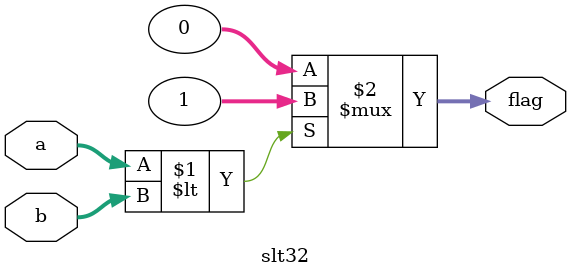
<source format=v>
`timescale 1ns / 1ps
module slt32(
	input [31:0] a,
	input [31:0] b,
	output [31:0] flag
    );
	assign flag=(a < b)?32'b1:32'b0;
endmodule

</source>
